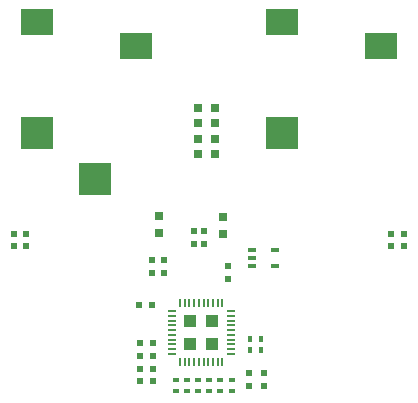
<source format=gbr>
G04 #@! TF.GenerationSoftware,KiCad,Pcbnew,(5.0.1-3-g963ef8bb5)*
G04 #@! TF.CreationDate,2019-01-09T17:43:23-05:00*
G04 #@! TF.ProjectId,Tympan_AIC_Shield,54796D70616E5F4149435F536869656C,rev?*
G04 #@! TF.SameCoordinates,PX6d878d0PY5279480*
G04 #@! TF.FileFunction,Paste,Top*
G04 #@! TF.FilePolarity,Positive*
%FSLAX46Y46*%
G04 Gerber Fmt 4.6, Leading zero omitted, Abs format (unit mm)*
G04 Created by KiCad (PCBNEW (5.0.1-3-g963ef8bb5)) date Wednesday, January 09, 2019 at 05:43:23 PM*
%MOMM*%
%LPD*%
G01*
G04 APERTURE LIST*
%ADD10R,0.800000X0.750000*%
%ADD11R,0.750000X0.800000*%
%ADD12R,0.200000X0.750000*%
%ADD13R,0.750000X0.200000*%
%ADD14R,1.140000X1.140000*%
%ADD15R,2.800000X2.800000*%
%ADD16R,2.800000X2.200000*%
%ADD17R,0.500000X0.600000*%
%ADD18R,0.600000X0.500000*%
%ADD19R,0.650000X0.400000*%
%ADD20R,0.600000X0.400000*%
%ADD21R,0.400000X0.600000*%
G04 APERTURE END LIST*
D10*
G04 #@! TO.C,R12*
X18050000Y27850000D03*
X19550000Y27850000D03*
G04 #@! TD*
G04 #@! TO.C,R13*
X18050000Y29150000D03*
X19550000Y29150000D03*
G04 #@! TD*
G04 #@! TO.C,R14*
X19550000Y26550000D03*
X18050000Y26550000D03*
G04 #@! TD*
D11*
G04 #@! TO.C,R15*
X20175000Y19750000D03*
X20175000Y21250000D03*
G04 #@! TD*
G04 #@! TO.C,R16*
X14800000Y21325000D03*
X14800000Y19825000D03*
G04 #@! TD*
D10*
G04 #@! TO.C,R17*
X19550000Y30450000D03*
X18050000Y30450000D03*
G04 #@! TD*
D12*
G04 #@! TO.C,U2*
X16544600Y8933000D03*
X16944600Y8933000D03*
X17344600Y8933000D03*
X17744600Y8933000D03*
X18144600Y8933000D03*
X18544600Y8933000D03*
X18944600Y8933000D03*
X19344600Y8933000D03*
X19744600Y8933000D03*
X20144600Y8933000D03*
D13*
X20844600Y9633000D03*
X20844600Y10033000D03*
X20844600Y10433000D03*
X20844600Y10833000D03*
X20844600Y11233000D03*
X20844600Y11633000D03*
X20844600Y12033000D03*
X20844600Y12433000D03*
X20844600Y12833000D03*
X20844600Y13233000D03*
D12*
X20144600Y13933000D03*
X19744600Y13933000D03*
X19344600Y13933000D03*
X18944600Y13933000D03*
X18544600Y13933000D03*
X18144600Y13933000D03*
X17744600Y13933000D03*
X17344600Y13933000D03*
X16944600Y13933000D03*
X16544600Y13933000D03*
D13*
X15844600Y13233000D03*
X15844600Y12833000D03*
X15844600Y12433000D03*
X15844600Y12033000D03*
X15844600Y11633000D03*
X15844600Y11233000D03*
X15844600Y10833000D03*
X15844600Y10433000D03*
X15844600Y10033000D03*
X15844600Y9633000D03*
D14*
X19294600Y12383000D03*
X17394600Y12383000D03*
X19294600Y10483000D03*
X17394600Y10483000D03*
G04 #@! TD*
D15*
G04 #@! TO.C,J2*
X9350000Y24400000D03*
X4400000Y28300000D03*
D16*
X12800000Y35700000D03*
X4400000Y37700000D03*
G04 #@! TD*
D15*
G04 #@! TO.C,J1*
X25200000Y28300000D03*
D16*
X33600000Y35700000D03*
X25200000Y37700000D03*
G04 #@! TD*
D17*
G04 #@! TO.C,C2*
X14267900Y10560600D03*
X14267900Y9460600D03*
G04 #@! TD*
G04 #@! TO.C,C3*
X14140900Y17532900D03*
X14140900Y16432900D03*
G04 #@! TD*
G04 #@! TO.C,C4*
X22350600Y6940700D03*
X22350600Y8040700D03*
G04 #@! TD*
G04 #@! TO.C,C5*
X23646000Y6940700D03*
X23646000Y8040700D03*
G04 #@! TD*
D18*
G04 #@! TO.C,C6*
X14246400Y7330900D03*
X13146400Y7330900D03*
G04 #@! TD*
G04 #@! TO.C,C7*
X14246400Y8308800D03*
X13146400Y8308800D03*
G04 #@! TD*
D17*
G04 #@! TO.C,C8*
X13150300Y10560600D03*
X13150300Y9460600D03*
G04 #@! TD*
D18*
G04 #@! TO.C,C9*
X14150000Y13800000D03*
X13050000Y13800000D03*
G04 #@! TD*
D17*
G04 #@! TO.C,C10*
X15195000Y16432900D03*
X15195000Y17532900D03*
G04 #@! TD*
G04 #@! TO.C,C11*
X20600000Y17050000D03*
X20600000Y15950000D03*
G04 #@! TD*
G04 #@! TO.C,C12*
X18600000Y18950000D03*
X18600000Y20050000D03*
G04 #@! TD*
G04 #@! TO.C,C13*
X17700000Y18950000D03*
X17700000Y20050000D03*
G04 #@! TD*
D18*
G04 #@! TO.C,C16*
X34450000Y18750000D03*
X35550000Y18750000D03*
G04 #@! TD*
G04 #@! TO.C,C17*
X34450000Y19750000D03*
X35550000Y19750000D03*
G04 #@! TD*
G04 #@! TO.C,C18*
X2450000Y18750000D03*
X3550000Y18750000D03*
G04 #@! TD*
G04 #@! TO.C,C19*
X3550000Y19750000D03*
X2450000Y19750000D03*
G04 #@! TD*
D19*
G04 #@! TO.C,U3*
X22650000Y18400000D03*
X22650000Y17100000D03*
X22650000Y17750000D03*
X24550000Y17100000D03*
X24550000Y18400000D03*
G04 #@! TD*
D20*
G04 #@! TO.C,R2*
X16175000Y7375000D03*
X16175000Y6475000D03*
G04 #@! TD*
G04 #@! TO.C,R3*
X18075000Y6475000D03*
X18075000Y7375000D03*
G04 #@! TD*
G04 #@! TO.C,R4*
X19025000Y7375000D03*
X19025000Y6475000D03*
G04 #@! TD*
G04 #@! TO.C,R5*
X19975000Y6475000D03*
X19975000Y7375000D03*
G04 #@! TD*
G04 #@! TO.C,R6*
X20925000Y7375000D03*
X20925000Y6475000D03*
G04 #@! TD*
G04 #@! TO.C,R7*
X17125000Y6475000D03*
X17125000Y7375000D03*
G04 #@! TD*
D21*
G04 #@! TO.C,R9*
X22479300Y10900000D03*
X23379300Y10900000D03*
G04 #@! TD*
G04 #@! TO.C,R10*
X23379300Y9947100D03*
X22479300Y9947100D03*
G04 #@! TD*
M02*

</source>
